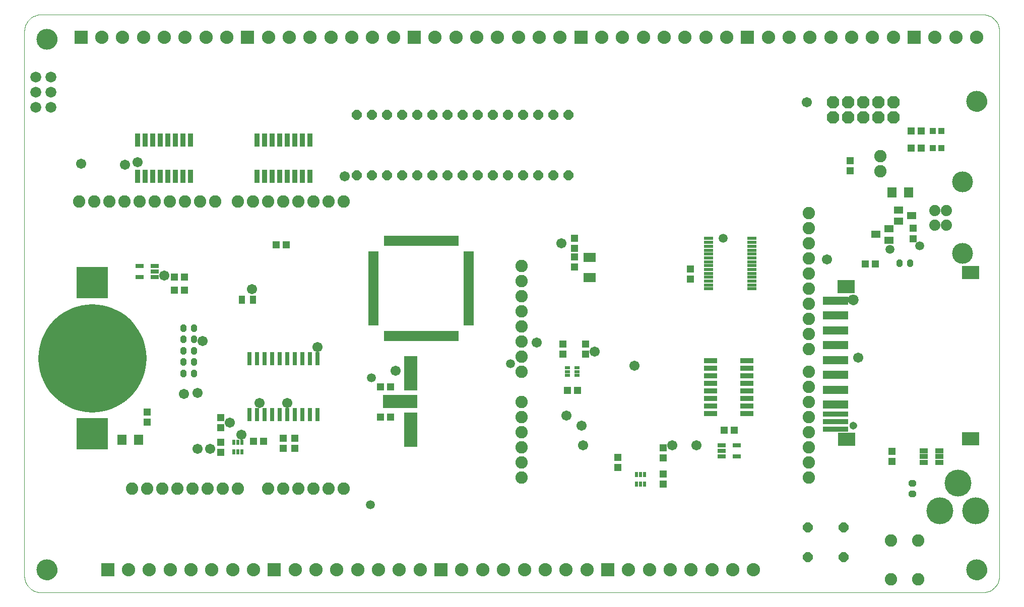
<source format=gts>
G75*
%MOIN*%
%OFA0B0*%
%FSLAX24Y24*%
%IPPOS*%
%LPD*%
%AMOC8*
5,1,8,0,0,1.08239X$1,22.5*
%
%ADD10C,0.0000*%
%ADD11R,0.0513X0.0474*%
%ADD12R,0.0395X0.0552*%
%ADD13R,0.0880X0.0340*%
%ADD14R,0.0552X0.0297*%
%ADD15R,0.1182X0.0867*%
%ADD16R,0.1655X0.0356*%
%ADD17R,0.1655X0.0552*%
%ADD18C,0.0513*%
%ADD19C,0.0710*%
%ADD20R,0.1680X0.1680*%
%ADD21R,0.2080X0.2080*%
%ADD22C,0.0050*%
%ADD23C,0.1380*%
%ADD24C,0.0820*%
%ADD25R,0.0474X0.0513*%
%ADD26OC8,0.0640*%
%ADD27C,0.0720*%
%ADD28C,0.1780*%
%ADD29R,0.0630X0.0217*%
%ADD30R,0.0395X0.0395*%
%ADD31R,0.0631X0.0474*%
%ADD32C,0.0347*%
%ADD33R,0.0560X0.0325*%
%ADD34C,0.0740*%
%ADD35R,0.0631X0.0710*%
%ADD36R,0.0289X0.0860*%
%ADD37R,0.0671X0.0198*%
%ADD38R,0.0198X0.0671*%
%ADD39R,0.0789X0.0631*%
%ADD40R,0.0907X0.2285*%
%ADD41R,0.2285X0.0907*%
%ADD42R,0.0198X0.0356*%
%ADD43R,0.0340X0.0880*%
%ADD44R,0.0880X0.0880*%
%ADD45C,0.0880*%
%ADD46R,0.0356X0.0198*%
%ADD47OC8,0.0820*%
%ADD48C,0.0674*%
%ADD49C,0.0595*%
D10*
X002006Y000205D02*
X064256Y000205D01*
X064321Y000207D01*
X064387Y000213D01*
X064451Y000222D01*
X064515Y000235D01*
X064579Y000252D01*
X064641Y000273D01*
X064702Y000297D01*
X064761Y000325D01*
X064819Y000356D01*
X064874Y000390D01*
X064928Y000428D01*
X064979Y000468D01*
X065028Y000512D01*
X065074Y000558D01*
X065118Y000607D01*
X065158Y000658D01*
X065196Y000712D01*
X065230Y000768D01*
X065261Y000825D01*
X065289Y000884D01*
X065313Y000945D01*
X065334Y001007D01*
X065351Y001071D01*
X065364Y001135D01*
X065373Y001199D01*
X065379Y001265D01*
X065381Y001330D01*
X065381Y037330D01*
X065379Y037395D01*
X065373Y037461D01*
X065364Y037525D01*
X065351Y037589D01*
X065334Y037653D01*
X065313Y037715D01*
X065289Y037776D01*
X065261Y037835D01*
X065230Y037893D01*
X065196Y037948D01*
X065158Y038002D01*
X065118Y038053D01*
X065074Y038102D01*
X065028Y038148D01*
X064979Y038192D01*
X064928Y038232D01*
X064874Y038270D01*
X064819Y038304D01*
X064761Y038335D01*
X064702Y038363D01*
X064641Y038387D01*
X064579Y038408D01*
X064515Y038425D01*
X064451Y038438D01*
X064387Y038447D01*
X064321Y038453D01*
X064256Y038455D01*
X002006Y038455D01*
X001941Y038453D01*
X001875Y038447D01*
X001811Y038438D01*
X001747Y038425D01*
X001683Y038408D01*
X001621Y038387D01*
X001560Y038363D01*
X001501Y038335D01*
X001444Y038304D01*
X001388Y038270D01*
X001334Y038232D01*
X001283Y038192D01*
X001234Y038148D01*
X001188Y038102D01*
X001144Y038053D01*
X001104Y038002D01*
X001066Y037948D01*
X001032Y037893D01*
X001001Y037835D01*
X000973Y037776D01*
X000949Y037715D01*
X000928Y037653D01*
X000911Y037589D01*
X000898Y037525D01*
X000889Y037461D01*
X000883Y037395D01*
X000881Y037330D01*
X000881Y001326D01*
X000883Y001261D01*
X000889Y001196D01*
X000898Y001131D01*
X000912Y001067D01*
X000929Y001004D01*
X000949Y000942D01*
X000974Y000881D01*
X001001Y000822D01*
X001032Y000765D01*
X001067Y000709D01*
X001104Y000656D01*
X001145Y000605D01*
X001189Y000556D01*
X001235Y000510D01*
X001284Y000466D01*
X001335Y000426D01*
X001389Y000389D01*
X001444Y000354D01*
X001502Y000324D01*
X001561Y000296D01*
X001622Y000272D01*
X001684Y000252D01*
X001747Y000235D01*
X001811Y000222D01*
X001876Y000212D01*
X001941Y000207D01*
X002006Y000205D01*
X001731Y001705D02*
X001733Y001755D01*
X001739Y001805D01*
X001749Y001855D01*
X001762Y001903D01*
X001779Y001951D01*
X001800Y001997D01*
X001824Y002041D01*
X001852Y002083D01*
X001883Y002123D01*
X001917Y002160D01*
X001954Y002195D01*
X001993Y002226D01*
X002034Y002255D01*
X002078Y002280D01*
X002124Y002302D01*
X002171Y002320D01*
X002219Y002334D01*
X002268Y002345D01*
X002318Y002352D01*
X002368Y002355D01*
X002419Y002354D01*
X002469Y002349D01*
X002519Y002340D01*
X002567Y002328D01*
X002615Y002311D01*
X002661Y002291D01*
X002706Y002268D01*
X002749Y002241D01*
X002789Y002211D01*
X002827Y002178D01*
X002862Y002142D01*
X002895Y002103D01*
X002924Y002062D01*
X002950Y002019D01*
X002973Y001974D01*
X002992Y001927D01*
X003007Y001879D01*
X003019Y001830D01*
X003027Y001780D01*
X003031Y001730D01*
X003031Y001680D01*
X003027Y001630D01*
X003019Y001580D01*
X003007Y001531D01*
X002992Y001483D01*
X002973Y001436D01*
X002950Y001391D01*
X002924Y001348D01*
X002895Y001307D01*
X002862Y001268D01*
X002827Y001232D01*
X002789Y001199D01*
X002749Y001169D01*
X002706Y001142D01*
X002661Y001119D01*
X002615Y001099D01*
X002567Y001082D01*
X002519Y001070D01*
X002469Y001061D01*
X002419Y001056D01*
X002368Y001055D01*
X002318Y001058D01*
X002268Y001065D01*
X002219Y001076D01*
X002171Y001090D01*
X002124Y001108D01*
X002078Y001130D01*
X002034Y001155D01*
X001993Y001184D01*
X001954Y001215D01*
X001917Y001250D01*
X001883Y001287D01*
X001852Y001327D01*
X001824Y001369D01*
X001800Y001413D01*
X001779Y001459D01*
X001762Y001507D01*
X001749Y001555D01*
X001739Y001605D01*
X001733Y001655D01*
X001731Y001705D01*
X055491Y011263D02*
X055493Y011292D01*
X055499Y011320D01*
X055508Y011348D01*
X055521Y011374D01*
X055538Y011397D01*
X055557Y011419D01*
X055579Y011438D01*
X055604Y011453D01*
X055630Y011466D01*
X055658Y011474D01*
X055686Y011479D01*
X055715Y011480D01*
X055744Y011477D01*
X055772Y011470D01*
X055799Y011460D01*
X055825Y011446D01*
X055848Y011429D01*
X055869Y011409D01*
X055887Y011386D01*
X055902Y011361D01*
X055913Y011334D01*
X055921Y011306D01*
X055925Y011277D01*
X055925Y011249D01*
X055921Y011220D01*
X055913Y011192D01*
X055902Y011165D01*
X055887Y011140D01*
X055869Y011117D01*
X055848Y011097D01*
X055825Y011080D01*
X055799Y011066D01*
X055772Y011056D01*
X055744Y011049D01*
X055715Y011046D01*
X055686Y011047D01*
X055658Y011052D01*
X055630Y011060D01*
X055604Y011073D01*
X055579Y011088D01*
X055557Y011107D01*
X055538Y011129D01*
X055521Y011152D01*
X055508Y011178D01*
X055499Y011206D01*
X055493Y011234D01*
X055491Y011263D01*
X055393Y019570D02*
X055395Y019605D01*
X055401Y019640D01*
X055411Y019674D01*
X055424Y019707D01*
X055441Y019738D01*
X055462Y019766D01*
X055485Y019793D01*
X055512Y019816D01*
X055540Y019837D01*
X055571Y019854D01*
X055604Y019867D01*
X055638Y019877D01*
X055673Y019883D01*
X055708Y019885D01*
X055743Y019883D01*
X055778Y019877D01*
X055812Y019867D01*
X055845Y019854D01*
X055876Y019837D01*
X055904Y019816D01*
X055931Y019793D01*
X055954Y019766D01*
X055975Y019738D01*
X055992Y019707D01*
X056005Y019674D01*
X056015Y019640D01*
X056021Y019605D01*
X056023Y019570D01*
X056021Y019535D01*
X056015Y019500D01*
X056005Y019466D01*
X055992Y019433D01*
X055975Y019402D01*
X055954Y019374D01*
X055931Y019347D01*
X055904Y019324D01*
X055876Y019303D01*
X055845Y019286D01*
X055812Y019273D01*
X055778Y019263D01*
X055743Y019257D01*
X055708Y019255D01*
X055673Y019257D01*
X055638Y019263D01*
X055604Y019273D01*
X055571Y019286D01*
X055540Y019303D01*
X055512Y019324D01*
X055485Y019347D01*
X055462Y019374D01*
X055441Y019402D01*
X055424Y019433D01*
X055411Y019466D01*
X055401Y019500D01*
X055395Y019535D01*
X055393Y019570D01*
X063231Y032705D02*
X063233Y032755D01*
X063239Y032805D01*
X063249Y032855D01*
X063262Y032903D01*
X063279Y032951D01*
X063300Y032997D01*
X063324Y033041D01*
X063352Y033083D01*
X063383Y033123D01*
X063417Y033160D01*
X063454Y033195D01*
X063493Y033226D01*
X063534Y033255D01*
X063578Y033280D01*
X063624Y033302D01*
X063671Y033320D01*
X063719Y033334D01*
X063768Y033345D01*
X063818Y033352D01*
X063868Y033355D01*
X063919Y033354D01*
X063969Y033349D01*
X064019Y033340D01*
X064067Y033328D01*
X064115Y033311D01*
X064161Y033291D01*
X064206Y033268D01*
X064249Y033241D01*
X064289Y033211D01*
X064327Y033178D01*
X064362Y033142D01*
X064395Y033103D01*
X064424Y033062D01*
X064450Y033019D01*
X064473Y032974D01*
X064492Y032927D01*
X064507Y032879D01*
X064519Y032830D01*
X064527Y032780D01*
X064531Y032730D01*
X064531Y032680D01*
X064527Y032630D01*
X064519Y032580D01*
X064507Y032531D01*
X064492Y032483D01*
X064473Y032436D01*
X064450Y032391D01*
X064424Y032348D01*
X064395Y032307D01*
X064362Y032268D01*
X064327Y032232D01*
X064289Y032199D01*
X064249Y032169D01*
X064206Y032142D01*
X064161Y032119D01*
X064115Y032099D01*
X064067Y032082D01*
X064019Y032070D01*
X063969Y032061D01*
X063919Y032056D01*
X063868Y032055D01*
X063818Y032058D01*
X063768Y032065D01*
X063719Y032076D01*
X063671Y032090D01*
X063624Y032108D01*
X063578Y032130D01*
X063534Y032155D01*
X063493Y032184D01*
X063454Y032215D01*
X063417Y032250D01*
X063383Y032287D01*
X063352Y032327D01*
X063324Y032369D01*
X063300Y032413D01*
X063279Y032459D01*
X063262Y032507D01*
X063249Y032555D01*
X063239Y032605D01*
X063233Y032655D01*
X063231Y032705D01*
X063231Y001705D02*
X063233Y001755D01*
X063239Y001805D01*
X063249Y001855D01*
X063262Y001903D01*
X063279Y001951D01*
X063300Y001997D01*
X063324Y002041D01*
X063352Y002083D01*
X063383Y002123D01*
X063417Y002160D01*
X063454Y002195D01*
X063493Y002226D01*
X063534Y002255D01*
X063578Y002280D01*
X063624Y002302D01*
X063671Y002320D01*
X063719Y002334D01*
X063768Y002345D01*
X063818Y002352D01*
X063868Y002355D01*
X063919Y002354D01*
X063969Y002349D01*
X064019Y002340D01*
X064067Y002328D01*
X064115Y002311D01*
X064161Y002291D01*
X064206Y002268D01*
X064249Y002241D01*
X064289Y002211D01*
X064327Y002178D01*
X064362Y002142D01*
X064395Y002103D01*
X064424Y002062D01*
X064450Y002019D01*
X064473Y001974D01*
X064492Y001927D01*
X064507Y001879D01*
X064519Y001830D01*
X064527Y001780D01*
X064531Y001730D01*
X064531Y001680D01*
X064527Y001630D01*
X064519Y001580D01*
X064507Y001531D01*
X064492Y001483D01*
X064473Y001436D01*
X064450Y001391D01*
X064424Y001348D01*
X064395Y001307D01*
X064362Y001268D01*
X064327Y001232D01*
X064289Y001199D01*
X064249Y001169D01*
X064206Y001142D01*
X064161Y001119D01*
X064115Y001099D01*
X064067Y001082D01*
X064019Y001070D01*
X063969Y001061D01*
X063919Y001056D01*
X063868Y001055D01*
X063818Y001058D01*
X063768Y001065D01*
X063719Y001076D01*
X063671Y001090D01*
X063624Y001108D01*
X063578Y001130D01*
X063534Y001155D01*
X063493Y001184D01*
X063454Y001215D01*
X063417Y001250D01*
X063383Y001287D01*
X063352Y001327D01*
X063324Y001369D01*
X063300Y001413D01*
X063279Y001459D01*
X063262Y001507D01*
X063249Y001555D01*
X063239Y001605D01*
X063233Y001655D01*
X063231Y001705D01*
X001731Y036830D02*
X001733Y036880D01*
X001739Y036930D01*
X001749Y036980D01*
X001762Y037028D01*
X001779Y037076D01*
X001800Y037122D01*
X001824Y037166D01*
X001852Y037208D01*
X001883Y037248D01*
X001917Y037285D01*
X001954Y037320D01*
X001993Y037351D01*
X002034Y037380D01*
X002078Y037405D01*
X002124Y037427D01*
X002171Y037445D01*
X002219Y037459D01*
X002268Y037470D01*
X002318Y037477D01*
X002368Y037480D01*
X002419Y037479D01*
X002469Y037474D01*
X002519Y037465D01*
X002567Y037453D01*
X002615Y037436D01*
X002661Y037416D01*
X002706Y037393D01*
X002749Y037366D01*
X002789Y037336D01*
X002827Y037303D01*
X002862Y037267D01*
X002895Y037228D01*
X002924Y037187D01*
X002950Y037144D01*
X002973Y037099D01*
X002992Y037052D01*
X003007Y037004D01*
X003019Y036955D01*
X003027Y036905D01*
X003031Y036855D01*
X003031Y036805D01*
X003027Y036755D01*
X003019Y036705D01*
X003007Y036656D01*
X002992Y036608D01*
X002973Y036561D01*
X002950Y036516D01*
X002924Y036473D01*
X002895Y036432D01*
X002862Y036393D01*
X002827Y036357D01*
X002789Y036324D01*
X002749Y036294D01*
X002706Y036267D01*
X002661Y036244D01*
X002615Y036224D01*
X002567Y036207D01*
X002519Y036195D01*
X002469Y036186D01*
X002419Y036181D01*
X002368Y036180D01*
X002318Y036183D01*
X002268Y036190D01*
X002219Y036201D01*
X002171Y036215D01*
X002124Y036233D01*
X002078Y036255D01*
X002034Y036280D01*
X001993Y036309D01*
X001954Y036340D01*
X001917Y036375D01*
X001883Y036412D01*
X001852Y036452D01*
X001824Y036494D01*
X001800Y036538D01*
X001779Y036584D01*
X001762Y036632D01*
X001749Y036680D01*
X001739Y036730D01*
X001733Y036780D01*
X001731Y036830D01*
D11*
X017546Y023205D03*
X018216Y023205D03*
X024421Y013830D03*
X025091Y013830D03*
X025091Y011830D03*
X024421Y011830D03*
X018756Y010415D03*
X018006Y010415D03*
X018006Y009745D03*
X018756Y009745D03*
X013881Y009495D03*
X013881Y010165D03*
X013881Y011120D03*
X013881Y011790D03*
X036796Y013580D03*
X037466Y013580D03*
X038006Y015995D03*
X038006Y016665D03*
X036506Y016665D03*
X036506Y015995D03*
X037256Y021745D03*
X037256Y022415D03*
X037256Y022995D03*
X037256Y023665D03*
X055506Y028120D03*
X055506Y028790D03*
X059681Y024299D03*
X059681Y023629D03*
X057165Y021946D03*
X056496Y021946D03*
X047841Y010955D03*
X047171Y010955D03*
X043131Y009790D03*
X043131Y009120D03*
X040131Y009165D03*
X040131Y008495D03*
D12*
X015985Y019580D03*
X015277Y019580D03*
D13*
X046259Y015535D03*
X046259Y015035D03*
X046259Y014535D03*
X046259Y014035D03*
X046259Y013535D03*
X046259Y013035D03*
X046259Y012535D03*
X046259Y012035D03*
X048679Y012035D03*
X048679Y012535D03*
X048679Y013035D03*
X048679Y013535D03*
X048679Y014035D03*
X048679Y014535D03*
X048679Y015035D03*
X048679Y015535D03*
D14*
X048018Y009954D03*
X048018Y009206D03*
X046994Y009206D03*
X046994Y009580D03*
X046994Y009954D03*
X009518Y021081D03*
X009518Y021455D03*
X009518Y021829D03*
X008494Y021829D03*
X008494Y021081D03*
D15*
X055235Y020436D03*
X063464Y021381D03*
X063464Y010397D03*
X055275Y010358D03*
D16*
X054527Y011027D03*
X054527Y011499D03*
X054527Y012011D03*
D17*
X054527Y012641D03*
X054527Y013625D03*
X054527Y014610D03*
X054527Y015594D03*
X054527Y016578D03*
X054527Y017562D03*
X054527Y018547D03*
X054527Y019531D03*
D18*
X055708Y011263D03*
D19*
X055708Y019570D03*
D20*
X005381Y015705D03*
D21*
X005381Y010705D03*
X005381Y020705D03*
D22*
X005381Y019248D02*
X005778Y019226D01*
X006169Y019159D01*
X006551Y019049D01*
X006918Y018897D01*
X007266Y018705D01*
X007590Y018475D01*
X007886Y018210D01*
X008151Y017914D01*
X008381Y017590D01*
X008573Y017242D01*
X008725Y016875D01*
X008835Y016493D01*
X008902Y016102D01*
X008924Y015705D01*
X008902Y015308D01*
X008835Y014917D01*
X008725Y014535D01*
X008573Y014168D01*
X008381Y013820D01*
X008151Y013496D01*
X007886Y013200D01*
X007590Y012935D01*
X007266Y012705D01*
X006918Y012513D01*
X006551Y012361D01*
X006169Y012251D01*
X005778Y012184D01*
X005381Y012162D01*
X004984Y012184D01*
X004592Y012251D01*
X004211Y012361D01*
X003844Y012513D01*
X003496Y012705D01*
X003172Y012935D01*
X002875Y013200D01*
X002611Y013496D01*
X002381Y013820D01*
X002188Y014168D01*
X002036Y014535D01*
X001926Y014917D01*
X001860Y015308D01*
X001838Y015705D01*
X001860Y016102D01*
X001926Y016493D01*
X002036Y016875D01*
X002188Y017242D01*
X002381Y017590D01*
X002611Y017914D01*
X002875Y018210D01*
X003172Y018475D01*
X003496Y018705D01*
X003844Y018897D01*
X004211Y019049D01*
X004592Y019159D01*
X004984Y019226D01*
X005381Y019248D01*
X004932Y019217D02*
X005830Y019217D01*
X006116Y019169D02*
X004646Y019169D01*
X004456Y019120D02*
X006306Y019120D01*
X006474Y019072D02*
X004287Y019072D01*
X004147Y019023D02*
X006615Y019023D01*
X006732Y018975D02*
X004030Y018975D01*
X003913Y018926D02*
X006849Y018926D01*
X006954Y018878D02*
X003808Y018878D01*
X003720Y018829D02*
X007042Y018829D01*
X007130Y018781D02*
X003632Y018781D01*
X003544Y018732D02*
X007217Y018732D01*
X007297Y018684D02*
X003465Y018684D01*
X003397Y018635D02*
X007365Y018635D01*
X007433Y018587D02*
X003329Y018587D01*
X003260Y018538D02*
X007502Y018538D01*
X007570Y018490D02*
X003192Y018490D01*
X003133Y018441D02*
X007628Y018441D01*
X007683Y018393D02*
X003079Y018393D01*
X003025Y018344D02*
X007737Y018344D01*
X007791Y018296D02*
X002971Y018296D01*
X002916Y018247D02*
X007845Y018247D01*
X007897Y018199D02*
X002865Y018199D01*
X002821Y018150D02*
X007940Y018150D01*
X007984Y018102D02*
X002778Y018102D01*
X002735Y018053D02*
X008027Y018053D01*
X008070Y018005D02*
X002691Y018005D01*
X002648Y017956D02*
X008114Y017956D01*
X008156Y017908D02*
X002606Y017908D01*
X002572Y017859D02*
X008190Y017859D01*
X008225Y017811D02*
X002537Y017811D01*
X002503Y017762D02*
X008259Y017762D01*
X008294Y017714D02*
X002468Y017714D01*
X002434Y017665D02*
X008328Y017665D01*
X008362Y017617D02*
X002399Y017617D01*
X002369Y017568D02*
X008393Y017568D01*
X008420Y017520D02*
X002342Y017520D01*
X002315Y017471D02*
X008447Y017471D01*
X008474Y017423D02*
X002288Y017423D01*
X002261Y017374D02*
X008501Y017374D01*
X008527Y017326D02*
X002234Y017326D01*
X002208Y017277D02*
X008554Y017277D01*
X008579Y017229D02*
X002183Y017229D01*
X002163Y017180D02*
X008599Y017180D01*
X008619Y017132D02*
X002143Y017132D01*
X002123Y017083D02*
X008639Y017083D01*
X008659Y017035D02*
X002102Y017035D01*
X002082Y016986D02*
X008679Y016986D01*
X008700Y016938D02*
X002062Y016938D01*
X002042Y016889D02*
X008720Y016889D01*
X008735Y016841D02*
X002026Y016841D01*
X002012Y016792D02*
X008749Y016792D01*
X008763Y016744D02*
X001998Y016744D01*
X001985Y016695D02*
X008777Y016695D01*
X008791Y016647D02*
X001971Y016647D01*
X001957Y016598D02*
X008805Y016598D01*
X008819Y016550D02*
X001943Y016550D01*
X001929Y016501D02*
X008833Y016501D01*
X008842Y016453D02*
X001919Y016453D01*
X001911Y016404D02*
X008851Y016404D01*
X008859Y016356D02*
X001903Y016356D01*
X001895Y016307D02*
X008867Y016307D01*
X008875Y016259D02*
X001887Y016259D01*
X001878Y016210D02*
X008884Y016210D01*
X008892Y016162D02*
X001870Y016162D01*
X001862Y016113D02*
X008900Y016113D01*
X008904Y016065D02*
X001858Y016065D01*
X001855Y016016D02*
X008907Y016016D01*
X008909Y015968D02*
X001852Y015968D01*
X001850Y015919D02*
X008912Y015919D01*
X008915Y015871D02*
X001847Y015871D01*
X001844Y015822D02*
X008918Y015822D01*
X008920Y015774D02*
X001841Y015774D01*
X001839Y015725D02*
X008923Y015725D01*
X008923Y015677D02*
X001839Y015677D01*
X001842Y015628D02*
X008920Y015628D01*
X008917Y015580D02*
X001845Y015580D01*
X001847Y015531D02*
X008914Y015531D01*
X008912Y015483D02*
X001850Y015483D01*
X001853Y015434D02*
X008909Y015434D01*
X008906Y015386D02*
X001856Y015386D01*
X001858Y015337D02*
X008904Y015337D01*
X008899Y015289D02*
X001863Y015289D01*
X001871Y015240D02*
X008890Y015240D01*
X008882Y015192D02*
X001880Y015192D01*
X001888Y015143D02*
X008874Y015143D01*
X008866Y015095D02*
X001896Y015095D01*
X001904Y015046D02*
X008857Y015046D01*
X008849Y014998D02*
X001913Y014998D01*
X001921Y014949D02*
X008841Y014949D01*
X008831Y014901D02*
X001931Y014901D01*
X001945Y014852D02*
X008817Y014852D01*
X008803Y014804D02*
X001959Y014804D01*
X001973Y014755D02*
X008789Y014755D01*
X008775Y014707D02*
X001987Y014707D01*
X002001Y014658D02*
X008761Y014658D01*
X008747Y014610D02*
X002015Y014610D01*
X002029Y014561D02*
X008733Y014561D01*
X008716Y014513D02*
X002046Y014513D01*
X002066Y014464D02*
X008696Y014464D01*
X008676Y014416D02*
X002086Y014416D01*
X002106Y014367D02*
X008656Y014367D01*
X008636Y014319D02*
X002126Y014319D01*
X002146Y014270D02*
X008616Y014270D01*
X008596Y014222D02*
X002166Y014222D01*
X002186Y014173D02*
X008576Y014173D01*
X008550Y014125D02*
X002212Y014125D01*
X002239Y014076D02*
X008523Y014076D01*
X008496Y014028D02*
X002266Y014028D01*
X002293Y013979D02*
X008469Y013979D01*
X008442Y013931D02*
X002320Y013931D01*
X002346Y013882D02*
X008415Y013882D01*
X008389Y013834D02*
X002373Y013834D01*
X002405Y013785D02*
X008356Y013785D01*
X008322Y013737D02*
X002440Y013737D01*
X002474Y013688D02*
X008288Y013688D01*
X008253Y013640D02*
X002509Y013640D01*
X002543Y013591D02*
X008219Y013591D01*
X008184Y013543D02*
X002577Y013543D01*
X002612Y013494D02*
X008150Y013494D01*
X008106Y013446D02*
X002656Y013446D01*
X002699Y013397D02*
X008063Y013397D01*
X008020Y013349D02*
X002742Y013349D01*
X002786Y013300D02*
X007976Y013300D01*
X007933Y013252D02*
X002829Y013252D01*
X002872Y013203D02*
X007890Y013203D01*
X007836Y013155D02*
X002926Y013155D01*
X002980Y013106D02*
X007782Y013106D01*
X007728Y013058D02*
X003034Y013058D01*
X003089Y013009D02*
X007673Y013009D01*
X007619Y012961D02*
X003143Y012961D01*
X003204Y012912D02*
X007558Y012912D01*
X007490Y012864D02*
X003272Y012864D01*
X003340Y012815D02*
X007421Y012815D01*
X007353Y012767D02*
X003409Y012767D01*
X003477Y012718D02*
X007285Y012718D01*
X007202Y012670D02*
X003560Y012670D01*
X003647Y012621D02*
X007115Y012621D01*
X007027Y012573D02*
X003735Y012573D01*
X003823Y012524D02*
X006939Y012524D01*
X006829Y012476D02*
X003933Y012476D01*
X004050Y012427D02*
X006712Y012427D01*
X006595Y012379D02*
X004167Y012379D01*
X004316Y012330D02*
X006445Y012330D01*
X006277Y012282D02*
X004485Y012282D01*
X004695Y012233D02*
X006067Y012233D01*
X005781Y012185D02*
X004981Y012185D01*
D23*
X002381Y001705D03*
X062942Y022635D03*
X062942Y027375D03*
X063881Y032705D03*
X063881Y001705D03*
X002381Y036830D03*
D24*
X004500Y026080D03*
X005500Y026080D03*
X006500Y026080D03*
X007500Y026080D03*
X008500Y026080D03*
X009500Y026080D03*
X010500Y026080D03*
X011500Y026080D03*
X012500Y026080D03*
X013500Y026080D03*
X015000Y026080D03*
X016000Y026080D03*
X017000Y026080D03*
X018000Y026080D03*
X019000Y026080D03*
X020000Y026080D03*
X021000Y026080D03*
X022000Y026080D03*
X033756Y021824D03*
X033756Y020824D03*
X033756Y019824D03*
X033756Y018824D03*
X033756Y017824D03*
X033756Y016824D03*
X033756Y015824D03*
X033756Y014824D03*
X033756Y012824D03*
X033756Y011824D03*
X033756Y010824D03*
X033756Y009824D03*
X033756Y008824D03*
X033756Y007824D03*
X022000Y007080D03*
X021000Y007080D03*
X020000Y007080D03*
X019000Y007080D03*
X018000Y007080D03*
X017000Y007080D03*
X015000Y007080D03*
X014000Y007080D03*
X013000Y007080D03*
X012000Y007080D03*
X011000Y007080D03*
X010000Y007080D03*
X009000Y007080D03*
X008000Y007080D03*
X052756Y007824D03*
X052756Y008824D03*
X052756Y009824D03*
X052756Y010824D03*
X052756Y011824D03*
X052756Y012824D03*
X052756Y013824D03*
X052756Y014824D03*
X052756Y016324D03*
X052756Y017324D03*
X052756Y018324D03*
X052756Y019324D03*
X052756Y020324D03*
X052756Y021324D03*
X052756Y022324D03*
X052756Y023324D03*
X052756Y024324D03*
X052756Y025324D03*
X057506Y028080D03*
X057506Y029080D03*
X058218Y003640D03*
X059998Y003640D03*
X059998Y001080D03*
X058218Y001080D03*
D25*
X058256Y008870D03*
X058256Y009540D03*
X043131Y008040D03*
X043131Y007370D03*
X044938Y020958D03*
X044938Y021627D03*
X059537Y029630D03*
X060207Y029630D03*
X060207Y030755D03*
X059537Y030755D03*
X016716Y010205D03*
X016046Y010205D03*
X009006Y011495D03*
X009006Y012165D03*
X010796Y020205D03*
X011466Y020205D03*
X011466Y021080D03*
X010796Y021080D03*
D26*
X022881Y027830D03*
X023881Y027830D03*
X024881Y027830D03*
X025881Y027830D03*
X026881Y027830D03*
X027881Y027830D03*
X028881Y027830D03*
X029881Y027830D03*
X030881Y027830D03*
X031881Y027830D03*
X032881Y027830D03*
X033881Y027830D03*
X034881Y027830D03*
X035881Y027830D03*
X036881Y027830D03*
X036881Y031830D03*
X035881Y031830D03*
X034881Y031830D03*
X033881Y031830D03*
X032881Y031830D03*
X031881Y031830D03*
X030881Y031830D03*
X029881Y031830D03*
X028881Y031830D03*
X027881Y031830D03*
X026881Y031830D03*
X025881Y031830D03*
X024881Y031830D03*
X023881Y031830D03*
X022881Y031830D03*
X052692Y004507D03*
X055052Y004507D03*
X055052Y002547D03*
X052692Y002547D03*
D27*
X002631Y032330D03*
X001631Y032330D03*
X001631Y033330D03*
X002631Y033330D03*
X002631Y034330D03*
X001631Y034330D03*
D28*
X061442Y005614D03*
X063804Y005614D03*
X062623Y007464D03*
D29*
X049013Y020305D03*
X049013Y020561D03*
X049013Y020817D03*
X049013Y021073D03*
X049013Y021329D03*
X049013Y021585D03*
X049013Y021841D03*
X049013Y022097D03*
X049013Y022353D03*
X049013Y022609D03*
X049013Y022864D03*
X049013Y023120D03*
X049013Y023376D03*
X049013Y023632D03*
X046134Y023632D03*
X046134Y023376D03*
X046134Y023120D03*
X046134Y022864D03*
X046134Y022609D03*
X046134Y022353D03*
X046134Y022097D03*
X046134Y021841D03*
X046134Y021585D03*
X046134Y021329D03*
X046134Y021073D03*
X046134Y020817D03*
X046134Y020561D03*
X046134Y020305D03*
D30*
X060952Y029630D03*
X061542Y029630D03*
X061542Y030755D03*
X060952Y030755D03*
D31*
X058707Y025529D03*
X059573Y025155D03*
X058707Y024781D03*
X058073Y024279D03*
X058073Y023531D03*
X057207Y023905D03*
D32*
X058728Y022088D02*
X058728Y021922D01*
X058728Y022088D02*
X058816Y022088D01*
X058816Y021922D01*
X058728Y021922D01*
X059428Y021922D02*
X059428Y022088D01*
X059516Y022088D01*
X059516Y021922D01*
X059428Y021922D01*
X059548Y007474D02*
X059714Y007474D01*
X059714Y007386D01*
X059548Y007386D01*
X059548Y007474D01*
X059548Y006774D02*
X059714Y006774D01*
X059714Y006686D01*
X059548Y006686D01*
X059548Y006774D01*
X012062Y014622D02*
X012062Y014788D01*
X012150Y014788D01*
X012150Y014622D01*
X012062Y014622D01*
X011362Y014622D02*
X011362Y014788D01*
X011450Y014788D01*
X011450Y014622D01*
X011362Y014622D01*
X011450Y015372D02*
X011450Y015538D01*
X011450Y015372D02*
X011362Y015372D01*
X011362Y015538D01*
X011450Y015538D01*
X012150Y015538D02*
X012150Y015372D01*
X012062Y015372D01*
X012062Y015538D01*
X012150Y015538D01*
X012150Y016122D02*
X012150Y016288D01*
X012150Y016122D02*
X012062Y016122D01*
X012062Y016288D01*
X012150Y016288D01*
X012150Y016872D02*
X012150Y017038D01*
X012150Y016872D02*
X012062Y016872D01*
X012062Y017038D01*
X012150Y017038D01*
X012150Y017622D02*
X012150Y017788D01*
X012150Y017622D02*
X012062Y017622D01*
X012062Y017788D01*
X012150Y017788D01*
X011450Y017788D02*
X011450Y017622D01*
X011362Y017622D01*
X011362Y017788D01*
X011450Y017788D01*
X011450Y017038D02*
X011450Y016872D01*
X011362Y016872D01*
X011362Y017038D01*
X011450Y017038D01*
X011450Y016288D02*
X011450Y016122D01*
X011362Y016122D01*
X011362Y016288D01*
X011450Y016288D01*
D33*
X060365Y009579D03*
X060365Y009205D03*
X060365Y008831D03*
X061397Y008831D03*
X061397Y009205D03*
X061397Y009579D03*
D34*
X061092Y024513D03*
X061872Y024513D03*
X061872Y025497D03*
X061092Y025497D03*
D35*
X059382Y026696D03*
X058280Y026696D03*
X008432Y010330D03*
X007330Y010330D03*
D36*
X015756Y011986D03*
X016256Y011986D03*
X016756Y011986D03*
X017256Y011986D03*
X017756Y011986D03*
X018256Y011986D03*
X018756Y011986D03*
X019256Y011986D03*
X019756Y011986D03*
X020256Y011986D03*
X020256Y015674D03*
X019756Y015674D03*
X019256Y015674D03*
X018756Y015674D03*
X018256Y015674D03*
X017756Y015674D03*
X017256Y015674D03*
X016756Y015674D03*
X016256Y015674D03*
X015756Y015674D03*
D37*
X023981Y017968D03*
X023981Y018165D03*
X023981Y018361D03*
X023981Y018558D03*
X023981Y018755D03*
X023981Y018952D03*
X023981Y019149D03*
X023981Y019346D03*
X023981Y019543D03*
X023981Y019739D03*
X023981Y019936D03*
X023981Y020133D03*
X023981Y020330D03*
X023981Y020527D03*
X023981Y020724D03*
X023981Y020921D03*
X023981Y021117D03*
X023981Y021314D03*
X023981Y021511D03*
X023981Y021708D03*
X023981Y021905D03*
X023981Y022102D03*
X023981Y022299D03*
X023981Y022495D03*
X023981Y022692D03*
X030281Y022692D03*
X030281Y022495D03*
X030281Y022299D03*
X030281Y022102D03*
X030281Y021905D03*
X030281Y021708D03*
X030281Y021511D03*
X030281Y021314D03*
X030281Y021117D03*
X030281Y020921D03*
X030281Y020724D03*
X030281Y020527D03*
X030281Y020330D03*
X030281Y020133D03*
X030281Y019936D03*
X030281Y019739D03*
X030281Y019543D03*
X030281Y019346D03*
X030281Y019149D03*
X030281Y018952D03*
X030281Y018755D03*
X030281Y018558D03*
X030281Y018361D03*
X030281Y018165D03*
X030281Y017968D03*
D38*
X029493Y017180D03*
X029296Y017180D03*
X029099Y017180D03*
X028903Y017180D03*
X028706Y017180D03*
X028509Y017180D03*
X028312Y017180D03*
X028115Y017180D03*
X027918Y017180D03*
X027721Y017180D03*
X027525Y017180D03*
X027328Y017180D03*
X027131Y017180D03*
X026934Y017180D03*
X026737Y017180D03*
X026540Y017180D03*
X026344Y017180D03*
X026147Y017180D03*
X025950Y017180D03*
X025753Y017180D03*
X025556Y017180D03*
X025359Y017180D03*
X025162Y017180D03*
X024966Y017180D03*
X024769Y017180D03*
X024769Y023480D03*
X024966Y023480D03*
X025162Y023480D03*
X025359Y023480D03*
X025556Y023480D03*
X025753Y023480D03*
X025950Y023480D03*
X026147Y023480D03*
X026344Y023480D03*
X026540Y023480D03*
X026737Y023480D03*
X026934Y023480D03*
X027131Y023480D03*
X027328Y023480D03*
X027525Y023480D03*
X027721Y023480D03*
X027918Y023480D03*
X028115Y023480D03*
X028312Y023480D03*
X028509Y023480D03*
X028706Y023480D03*
X028903Y023480D03*
X029099Y023480D03*
X029296Y023480D03*
X029493Y023480D03*
D39*
X038256Y022374D03*
X038256Y021036D03*
D40*
X026419Y014728D03*
X026419Y010987D03*
D41*
X025730Y012858D03*
D42*
X015262Y010145D03*
X015006Y010145D03*
X014750Y010145D03*
X014750Y009515D03*
X015006Y009515D03*
X015262Y009515D03*
X041375Y008020D03*
X041631Y008020D03*
X041887Y008020D03*
X041887Y007390D03*
X041631Y007390D03*
X041375Y007390D03*
D43*
X019757Y027735D03*
X019257Y027735D03*
X018757Y027735D03*
X018257Y027735D03*
X017757Y027735D03*
X017257Y027735D03*
X016757Y027735D03*
X016257Y027735D03*
X016257Y030155D03*
X016757Y030155D03*
X017257Y030155D03*
X017757Y030155D03*
X018257Y030155D03*
X018757Y030155D03*
X019257Y030155D03*
X019757Y030155D03*
X011883Y030155D03*
X011383Y030155D03*
X010883Y030155D03*
X010383Y030155D03*
X009883Y030155D03*
X009383Y030155D03*
X008883Y030155D03*
X008383Y030155D03*
X008383Y027735D03*
X008883Y027735D03*
X009383Y027735D03*
X009883Y027735D03*
X010383Y027735D03*
X010883Y027735D03*
X011383Y027735D03*
X011883Y027735D03*
D44*
X015645Y036957D03*
X026668Y036957D03*
X037692Y036957D03*
X048716Y036957D03*
X059739Y036957D03*
X004621Y036957D03*
X006393Y001705D03*
X017416Y001705D03*
X028440Y001705D03*
X039464Y001705D03*
D45*
X040842Y001705D03*
X042219Y001705D03*
X043597Y001705D03*
X044975Y001705D03*
X046353Y001705D03*
X047731Y001705D03*
X049109Y001705D03*
X038086Y001702D03*
X036708Y001702D03*
X035330Y001702D03*
X033952Y001702D03*
X032574Y001702D03*
X031196Y001702D03*
X029818Y001702D03*
X027062Y001705D03*
X025684Y001705D03*
X024306Y001705D03*
X022928Y001705D03*
X021550Y001705D03*
X020172Y001705D03*
X018794Y001705D03*
X016038Y001702D03*
X014660Y001702D03*
X013282Y001702D03*
X011905Y001702D03*
X010527Y001702D03*
X009149Y001702D03*
X007771Y001702D03*
X007377Y036960D03*
X005999Y036960D03*
X008755Y036960D03*
X010133Y036960D03*
X011511Y036960D03*
X012889Y036960D03*
X014267Y036960D03*
X017023Y036957D03*
X018401Y036957D03*
X019779Y036957D03*
X021156Y036957D03*
X022534Y036957D03*
X023912Y036957D03*
X025290Y036957D03*
X028046Y036960D03*
X029424Y036960D03*
X030802Y036960D03*
X032180Y036960D03*
X033558Y036960D03*
X034936Y036960D03*
X036314Y036960D03*
X039070Y036957D03*
X040448Y036957D03*
X041826Y036957D03*
X043204Y036957D03*
X044582Y036957D03*
X045960Y036957D03*
X047338Y036957D03*
X050094Y036957D03*
X051471Y036957D03*
X052849Y036957D03*
X054227Y036957D03*
X055605Y036957D03*
X056983Y036957D03*
X058361Y036957D03*
X061117Y036957D03*
X062495Y036957D03*
X063873Y036957D03*
D46*
X037446Y015086D03*
X037446Y014830D03*
X037446Y014574D03*
X036816Y014574D03*
X036816Y014830D03*
X036816Y015086D03*
D47*
X054356Y031645D03*
X054356Y032645D03*
X055356Y032645D03*
X056356Y032645D03*
X056356Y031645D03*
X055356Y031645D03*
X057356Y031645D03*
X058356Y031645D03*
X058356Y032645D03*
X057356Y032645D03*
D48*
X052621Y032645D03*
X036401Y023325D03*
X034761Y016745D03*
X038601Y016145D03*
X041241Y015225D03*
X036721Y011905D03*
X037721Y011245D03*
X037821Y009945D03*
X043741Y009945D03*
X045341Y009945D03*
X056021Y015765D03*
X053981Y022245D03*
X025441Y014885D03*
X020261Y016445D03*
X018261Y012765D03*
X016441Y012765D03*
X014461Y011445D03*
X015241Y010665D03*
X013181Y009725D03*
X012341Y009725D03*
X012341Y013405D03*
X011421Y013365D03*
X012661Y016865D03*
X008241Y016785D03*
X006461Y016785D03*
X010141Y021185D03*
X015921Y020285D03*
X022061Y027745D03*
X008381Y028685D03*
X007541Y028525D03*
X004621Y028585D03*
D49*
X023821Y014425D03*
X033041Y015365D03*
X047101Y023645D03*
X058141Y022925D03*
X060101Y023145D03*
X023781Y006005D03*
M02*

</source>
